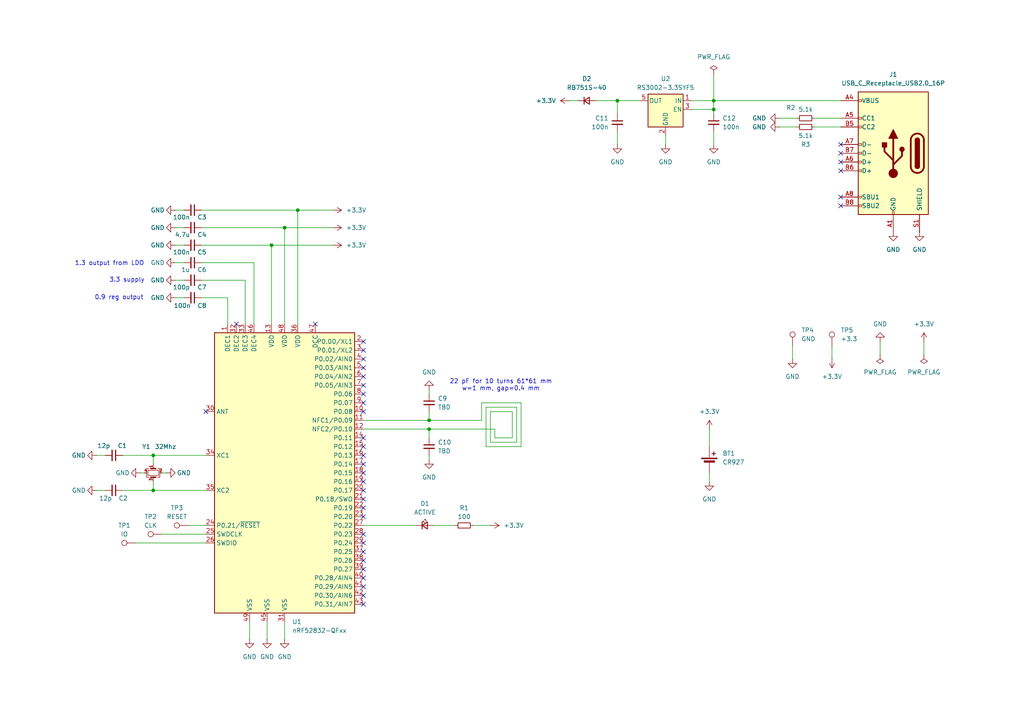
<source format=kicad_sch>
(kicad_sch (version 20231120) (generator "eeschema") (generator_version "8.0")
  (paper "A4")
  (lib_symbols
    (symbol "Connector:TestPoint" (pin_numbers hide) (pin_names (offset 0.762) hide)
      (property "Reference" "TP" (at 0 6.858 0))
      (property "Value" "TestPoint" (at 0 5.08 0))
      (symbol "TestPoint_0_1"
        (circle (center 0 3.302) (radius 0.762))
      )
      (symbol "TestPoint_1_1"
        (pin passive line (at 0 0 90) (length 2.54) (name "1") (number "1"))
      )
    )
    (symbol "Connector:USB_C_Receptacle_USB2.0_16P" (pin_names (offset 1.016))
      (property "Reference" "J" (at 0 22.225 0))
      (property "Value" "USB_C_Receptacle_USB2.0_16P" (at 0 19.685 0))
      (symbol "USB_C_Receptacle_USB2.0_16P_0_0"
        (rectangle (start -0.254 -17.78) (end 0.254 -16.764))
        (rectangle (start 10.16 -14.986) (end 9.144 -15.494))
        (rectangle (start 10.16 -12.446) (end 9.144 -12.954))
        (rectangle (start 10.16 -4.826) (end 9.144 -5.334))
        (rectangle (start 10.16 -2.286) (end 9.144 -2.794))
        (rectangle (start 10.16 0.254) (end 9.144 -0.254))
        (rectangle (start 10.16 2.794) (end 9.144 2.286))
        (rectangle (start 10.16 7.874) (end 9.144 7.366))
        (rectangle (start 10.16 10.414) (end 9.144 9.906))
        (rectangle (start 10.16 15.494) (end 9.144 14.986))
      )
      (symbol "USB_C_Receptacle_USB2.0_16P_0_1"
        (rectangle (start -10.16 17.78) (end 10.16 -17.78) (stroke (width 0.254)) (fill (type background)))
        (arc (start -8.89 -3.81) (mid -6.985 -5.7067) (end -5.08 -3.81) (stroke (width 0.508)))
        (arc (start -7.62 -3.81) (mid -6.985 -4.4423) (end -6.35 -3.81) (stroke (width 0.254)))
        (arc (start -7.62 -3.81) (mid -6.985 -4.4423) (end -6.35 -3.81) (stroke (width 0.254)) (fill (type outline)))
        (rectangle (start -7.62 -3.81) (end -6.35 3.81) (stroke (width 0.254)) (fill (type outline)))
        (arc (start -6.35 3.81) (mid -6.985 4.4423) (end -7.62 3.81) (stroke (width 0.254)))
        (arc (start -6.35 3.81) (mid -6.985 4.4423) (end -7.62 3.81) (stroke (width 0.254)) (fill (type outline)))
        (arc (start -5.08 3.81) (mid -6.985 5.7067) (end -8.89 3.81) (stroke (width 0.508)))
        (circle (center -2.54 1.143) (radius 0.635) (stroke (width 0.254)) (fill (type outline)))
        (circle (center 0 -5.842) (radius 1.27) (fill (type outline)))
        (polyline (pts (xy -8.89 -3.81) (xy -8.89 3.81)) (stroke (width 0.508)))
        (polyline (pts (xy -5.08 3.81) (xy -5.08 -3.81)) (stroke (width 0.508)))
        (polyline (pts (xy 0 -5.842) (xy 0 4.318)) (stroke (width 0.508)))
        (polyline (pts (xy 0 -3.302) (xy -2.54 -0.762) (xy -2.54 0.508)) (stroke (width 0.508)))
        (polyline (pts (xy 0 -2.032) (xy 2.54 0.508) (xy 2.54 1.778)) (stroke (width 0.508)))
        (polyline (pts (xy -1.27 4.318) (xy 0 6.858) (xy 1.27 4.318) (xy -1.27 4.318)) (stroke (width 0.254)) (fill (type outline)))
        (rectangle (start 1.905 1.778) (end 3.175 3.048) (stroke (width 0.254)) (fill (type outline)))
      )
      (symbol "USB_C_Receptacle_USB2.0_16P_1_1"
        (pin passive line (at 0 -22.86 90) (length 5.08) (name "GND") (number "A1"))
        (pin passive line (at 0 -22.86 90) (length 5.08) hide (name "GND") (number "A12"))
        (pin passive line (at 15.24 15.24 180) (length 5.08) (name "VBUS") (number "A4"))
        (pin bidirectional line (at 15.24 10.16 180) (length 5.08) (name "CC1") (number "A5"))
        (pin bidirectional line (at 15.24 -2.54 180) (length 5.08) (name "D+") (number "A6"))
        (pin bidirectional line (at 15.24 2.54 180) (length 5.08) (name "D-") (number "A7"))
        (pin bidirectional line (at 15.24 -12.7 180) (length 5.08) (name "SBU1") (number "A8"))
        (pin passive line (at 15.24 15.24 180) (length 5.08) hide (name "VBUS") (number "A9"))
        (pin passive line (at 0 -22.86 90) (length 5.08) hide (name "GND") (number "B1"))
        (pin passive line (at 0 -22.86 90) (length 5.08) hide (name "GND") (number "B12"))
        (pin passive line (at 15.24 15.24 180) (length 5.08) hide (name "VBUS") (number "B4"))
        (pin bidirectional line (at 15.24 7.62 180) (length 5.08) (name "CC2") (number "B5"))
        (pin bidirectional line (at 15.24 -5.08 180) (length 5.08) (name "D+") (number "B6"))
        (pin bidirectional line (at 15.24 0 180) (length 5.08) (name "D-") (number "B7"))
        (pin bidirectional line (at 15.24 -15.24 180) (length 5.08) (name "SBU2") (number "B8"))
        (pin passive line (at 15.24 15.24 180) (length 5.08) hide (name "VBUS") (number "B9"))
        (pin passive line (at -7.62 -22.86 90) (length 5.08) (name "SHIELD") (number "S1"))
      )
    )
    (symbol "Device:Battery_Cell" (pin_numbers hide) (pin_names (offset 0) hide)
      (property "Reference" "BT" (at 2.54 2.54 0))
      (property "Value" "Battery_Cell" (at 2.54 0 0))
      (symbol "Battery_Cell_0_1"
        (rectangle (start -2.286 1.778) (end 2.286 1.524) (fill (type outline)))
        (rectangle (start -1.524 1.016) (end 1.524 0.508) (fill (type outline)))
        (polyline (pts (xy 0 0.762) (xy 0 0)))
        (polyline (pts (xy 0 1.778) (xy 0 2.54)))
        (polyline (pts (xy 0.762 3.048) (xy 1.778 3.048)) (stroke (width 0.254)))
        (polyline (pts (xy 1.27 3.556) (xy 1.27 2.54)) (stroke (width 0.254)))
      )
      (symbol "Battery_Cell_1_1"
        (pin passive line (at 0 5.08 270) (length 2.54) (name "+") (number "1"))
        (pin passive line (at 0 -2.54 90) (length 2.54) (name "-") (number "2"))
      )
    )
    (symbol "Device:C_Small" (pin_numbers hide) (pin_names (offset 0.254) hide)
      (property "Reference" "C" (at 0.254 1.778 0))
      (property "Value" "C_Small" (at 0.254 -2.032 0))
      (symbol "C_Small_0_1"
        (polyline (pts (xy -1.524 -0.508) (xy 1.524 -0.508)) (stroke (width 0.3302)))
        (polyline (pts (xy -1.524 0.508) (xy 1.524 0.508)) (stroke (width 0.3048)))
      )
      (symbol "C_Small_1_1"
        (pin passive line (at 0 2.54 270) (length 2.032) (name "~") (number "1"))
        (pin passive line (at 0 -2.54 90) (length 2.032) (name "~") (number "2"))
      )
    )
    (symbol "Device:Crystal_GND23_Small" (pin_names (offset 1.016) hide)
      (property "Reference" "Y1" (at 7.62 2.032 90))
      (property "Value" "32Mhz" (at 7.62 -3.556 90))
      (symbol "Crystal_GND23_Small_0_1"
        (rectangle (start -0.762 -1.524) (end 0.762 1.524))
        (polyline (pts (xy -1.27 -0.762) (xy -1.27 0.762)) (stroke (width 0.381)))
        (polyline (pts (xy 1.27 -0.762) (xy 1.27 0.762)) (stroke (width 0.381)))
        (polyline (pts (xy -1.27 -1.27) (xy -1.27 -1.905) (xy 1.27 -1.905) (xy 1.27 -1.27)))
        (polyline (pts (xy -1.27 1.27) (xy -1.27 1.905) (xy 1.27 1.905) (xy 1.27 1.27)))
      )
      (symbol "Crystal_GND23_Small_1_1"
        (pin passive line (at 2.54 0 180) (length 1.27) (name "1") (number "1"))
        (pin passive line (at 0 -2.54 90) (length 0.635) (name "2") (number "2"))
        (pin passive line (at -2.54 0 0) (length 1.27) (name "3") (number "3"))
        (pin passive line (at 0 2.54 270) (length 0.635) (name "4") (number "4"))
      )
    )
    (symbol "Device:D_Small" (pin_numbers hide) (pin_names (offset 0.254) hide)
      (property "Reference" "D" (at -1.27 2.032 0))
      (property "Value" "D_Small" (at -3.81 -2.032 0))
      (symbol "D_Small_0_1"
        (polyline (pts (xy -0.762 -1.016) (xy -0.762 1.016)) (stroke (width 0.254)))
        (polyline (pts (xy -0.762 0) (xy 0.762 0)))
        (polyline (pts (xy 0.762 -1.016) (xy -0.762 0) (xy 0.762 1.016) (xy 0.762 -1.016)) (stroke (width 0.254)))
      )
      (symbol "D_Small_1_1"
        (pin passive line (at -2.54 0 0) (length 1.778) (name "K") (number "1"))
        (pin passive line (at 2.54 0 180) (length 1.778) (name "A") (number "2"))
      )
    )
    (symbol "Device:LED_Small" (pin_numbers hide) (pin_names (offset 0.254) hide)
      (property "Reference" "D" (at -1.27 3.175 0))
      (property "Value" "LED_Small" (at -4.445 -2.54 0))
      (symbol "LED_Small_0_1"
        (polyline (pts (xy -0.762 -1.016) (xy -0.762 1.016)) (stroke (width 0.254)))
        (polyline (pts (xy 1.016 0) (xy -0.762 0)))
        (polyline (pts (xy 0.762 -1.016) (xy -0.762 0) (xy 0.762 1.016) (xy 0.762 -1.016)) (stroke (width 0.254)))
        (polyline (pts (xy 0 0.762) (xy -0.508 1.27) (xy -0.254 1.27) (xy -0.508 1.27) (xy -0.508 1.016)))
        (polyline (pts (xy 0.508 1.27) (xy 0 1.778) (xy 0.254 1.778) (xy 0 1.778) (xy 0 1.524)))
      )
      (symbol "LED_Small_1_1"
        (pin passive line (at -2.54 0 0) (length 1.778) (name "K") (number "1"))
        (pin passive line (at 2.54 0 180) (length 1.778) (name "A") (number "2"))
      )
    )
    (symbol "Device:R_Small" (pin_numbers hide) (pin_names (offset 0.254) hide)
      (property "Reference" "R" (at 0.762 0.508 0))
      (property "Value" "R_Small" (at 0.762 -1.016 0))
      (symbol "R_Small_0_1"
        (rectangle (start -0.762 1.778) (end 0.762 -1.778) (stroke (width 0.2032)))
      )
      (symbol "R_Small_1_1"
        (pin passive line (at 0 2.54 270) (length 0.762) (name "~") (number "1"))
        (pin passive line (at 0 -2.54 90) (length 0.762) (name "~") (number "2"))
      )
    )
    (symbol "MCU_Nordic:nRF52832-QFxx"
      (property "Reference" "U1" (at 2.1941 -43.18 0))
      (property "Value" "nRF52832-QFxx" (at 2.1941 -45.72 0))
      (symbol "nRF52832-QFxx_0_1"
        (rectangle (start -20.32 40.64) (end 20.32 -40.64) (stroke (width 0.254)) (fill (type background)))
      )
      (symbol "nRF52832-QFxx_1_1"
        (pin passive line (at -16.51 43.18 270) (length 2.54) (name "DEC1") (number "1"))
        (pin bidirectional line (at 22.86 17.78 180) (length 2.54) (name "P0.08") (number "10"))
        (pin bidirectional line (at 22.86 15.24 180) (length 2.54) (name "NFC1/P0.09") (number "11"))
        (pin bidirectional line (at 22.86 12.7 180) (length 2.54) (name "NFC2/P0.10") (number "12"))
        (pin power_in line (at -3.81 43.18 270) (length 2.54) (name "VDD") (number "13"))
        (pin bidirectional line (at 22.86 10.16 180) (length 2.54) (name "P0.11") (number "14"))
        (pin bidirectional line (at 22.86 7.62 180) (length 2.54) (name "P0.12") (number "15"))
        (pin bidirectional line (at 22.86 5.08 180) (length 2.54) (name "P0.13") (number "16"))
        (pin bidirectional line (at 22.86 2.54 180) (length 2.54) (name "P0.14") (number "17"))
        (pin bidirectional line (at 22.86 0 180) (length 2.54) (name "P0.15") (number "18"))
        (pin bidirectional line (at 22.86 -2.54 180) (length 2.54) (name "P0.16") (number "19"))
        (pin bidirectional line (at 22.86 38.1 180) (length 2.54) (name "P0.00/XL1") (number "2"))
        (pin bidirectional line (at 22.86 -5.08 180) (length 2.54) (name "P0.17") (number "20"))
        (pin bidirectional line (at 22.86 -7.62 180) (length 2.54) (name "P0.18/SWO") (number "21"))
        (pin bidirectional line (at 22.86 -10.16 180) (length 2.54) (name "P0.19") (number "22"))
        (pin bidirectional line (at 22.86 -12.7 180) (length 2.54) (name "P0.20") (number "23"))
        (pin bidirectional line (at -22.86 -15.24 0) (length 2.54) (name "P0.21/~{RESET}") (number "24"))
        (pin input line (at -22.86 -17.78 0) (length 2.54) (name "SWDCLK") (number "25"))
        (pin bidirectional line (at -22.86 -20.32 0) (length 2.54) (name "SWDIO") (number "26"))
        (pin bidirectional line (at 22.86 -15.24 180) (length 2.54) (name "P0.22") (number "27"))
        (pin bidirectional line (at 22.86 -17.78 180) (length 2.54) (name "P0.23") (number "28"))
        (pin bidirectional line (at 22.86 -20.32 180) (length 2.54) (name "P0.24") (number "29"))
        (pin bidirectional line (at 22.86 35.56 180) (length 2.54) (name "P0.01/XL2") (number "3"))
        (pin passive line (at -22.86 17.78 0) (length 2.54) (name "ANT") (number "30"))
        (pin power_in line (at 0 -43.18 90) (length 2.54) (name "VSS") (number "31"))
        (pin passive line (at -13.97 43.18 270) (length 2.54) (name "DEC2") (number "32"))
        (pin passive line (at -11.43 43.18 270) (length 2.54) (name "DEC3") (number "33"))
        (pin input line (at -22.86 5.08 0) (length 2.54) (name "XC1") (number "34"))
        (pin input line (at -22.86 -5.08 0) (length 2.54) (name "XC2") (number "35"))
        (pin passive line (at 3.81 43.18 270) (length 2.54) (name "VDD") (number "36"))
        (pin bidirectional line (at 22.86 -22.86 180) (length 2.54) (name "P0.25") (number "37"))
        (pin bidirectional line (at 22.86 -25.4 180) (length 2.54) (name "P0.26") (number "38"))
        (pin bidirectional line (at 22.86 -27.94 180) (length 2.54) (name "P0.27") (number "39"))
        (pin bidirectional line (at 22.86 33.02 180) (length 2.54) (name "P0.02/AIN0") (number "4"))
        (pin bidirectional line (at 22.86 -30.48 180) (length 2.54) (name "P0.28/AIN4") (number "40"))
        (pin bidirectional line (at 22.86 -33.02 180) (length 2.54) (name "P0.29/AIN5") (number "41"))
        (pin bidirectional line (at 22.86 -35.56 180) (length 2.54) (name "P0.30/AIN6") (number "42"))
        (pin bidirectional line (at 22.86 -38.1 180) (length 2.54) (name "P0.31/AIN7") (number "43"))
        (pin no_connect line (at -20.32 -30.48 0) (length 2.54) hide (name "NC") (number "44"))
        (pin passive line (at -5.08 -43.18 90) (length 2.54) (name "VSS") (number "45"))
        (pin passive line (at -8.89 43.18 270) (length 2.54) (name "DEC4") (number "46"))
        (pin power_out line (at 8.89 43.18 270) (length 2.54) (name "DCC") (number "47"))
        (pin passive line (at 0 43.18 270) (length 2.54) (name "VDD") (number "48"))
        (pin passive line (at -10.16 -43.18 90) (length 2.54) (name "VSS") (number "49"))
        (pin bidirectional line (at 22.86 30.48 180) (length 2.54) (name "P0.03/AIN1") (number "5"))
        (pin bidirectional line (at 22.86 27.94 180) (length 2.54) (name "P0.04/AIN2") (number "6"))
        (pin bidirectional line (at 22.86 25.4 180) (length 2.54) (name "P0.05/AIN3") (number "7"))
        (pin bidirectional line (at 22.86 22.86 180) (length 2.54) (name "P0.06") (number "8"))
        (pin bidirectional line (at 22.86 20.32 180) (length 2.54) (name "P0.07") (number "9"))
      )
    )
    (symbol "Regulator_Linear:TLV71209_SOT23-5" (pin_names (offset 0.254))
      (property "Reference" "U" (at -3.81 5.715 0))
      (property "Value" "TLV71209_SOT23-5" (at 0 5.715 0))
      (symbol "TLV71209_SOT23-5_0_1"
        (rectangle (start -5.08 4.445) (end 5.08 -5.08) (stroke (width 0.254)) (fill (type background)))
      )
      (symbol "TLV71209_SOT23-5_1_1"
        (pin power_in line (at -7.62 2.54 0) (length 2.54) (name "IN") (number "1"))
        (pin power_in line (at 0 -7.62 90) (length 2.54) (name "GND") (number "2"))
        (pin input line (at -7.62 0 0) (length 2.54) (name "EN") (number "3"))
        (pin no_connect line (at 5.08 0 180) (length 2.54) hide (name "NC") (number "4"))
        (pin power_out line (at 7.62 2.54 180) (length 2.54) (name "OUT") (number "5"))
      )
    )
    (symbol "power:+3.3V" (power) (pin_numbers hide) (pin_names (offset 0) hide)
      (property "Value" "+3.3V" (at 0 3.556 0))
      (symbol "+3.3V_0_1"
        (polyline (pts (xy -0.762 1.27) (xy 0 2.54)))
        (polyline (pts (xy 0 0) (xy 0 2.54)))
        (polyline (pts (xy 0 2.54) (xy 0.762 1.27)))
      )
      (symbol "+3.3V_1_1"
        (pin power_in line (at 0 0 90) (length 0) (name "~") (number "1"))
      )
    )
    (symbol "power:GND" (power) (pin_numbers hide) (pin_names (offset 0) hide)
      (property "Value" "GND" (at 0 -3.81 0))
      (symbol "GND_0_1"
        (polyline (pts (xy 0 0) (xy 0 -1.27) (xy 1.27 -1.27) (xy 0 -2.54) (xy -1.27 -1.27) (xy 0 -1.27)))
      )
      (symbol "GND_1_1"
        (pin power_in line (at 0 0 270) (length 0) (name "~") (number "1"))
      )
    )
    (symbol "power:PWR_FLAG" (power) (pin_numbers hide) (pin_names (offset 0) hide)
      (property "Value" "PWR_FLAG" (at 0 3.81 0))
      (symbol "PWR_FLAG_0_0"
        (pin power_out line (at 0 0 90) (length 0) (name "~") (number "1"))
      )
      (symbol "PWR_FLAG_0_1"
        (polyline (pts (xy 0 0) (xy 0 1.27) (xy -1.016 1.905) (xy 0 2.54) (xy 1.016 1.905) (xy 0 1.27)))
      )
    )
  )
  (junction (at 82.55 66.04))
  (junction (at 124.46 124.46))
  (junction (at 44.45 132.08))
  (junction (at 179.07 29.21))
  (junction (at 86.36 60.96))
  (junction (at 207.01 29.21))
  (junction (at 207.01 31.75))
  (junction (at 78.74 71.12))
  (junction (at 124.46 121.92))
  (junction (at 44.45 142.24))
  (no_connect (at 59.69 119.38))
  (no_connect (at 105.41 149.86))
  (no_connect (at 243.84 49.53))
  (no_connect (at 105.41 139.7))
  (no_connect (at 91.44 93.98))
  (no_connect (at 105.41 144.78))
  (no_connect (at 105.41 127))
  (no_connect (at 105.41 129.54))
  (no_connect (at 105.41 106.68))
  (no_connect (at 105.41 104.14))
  (no_connect (at 243.84 57.15))
  (no_connect (at 105.41 167.64))
  (no_connect (at 105.41 101.6))
  (no_connect (at 105.41 137.16))
  (no_connect (at 105.41 154.94))
  (no_connect (at 243.84 44.45))
  (no_connect (at 105.41 162.56))
  (no_connect (at 105.41 116.84))
  (no_connect (at 105.41 134.62))
  (no_connect (at 105.41 170.18))
  (no_connect (at 68.58 93.98))
  (no_connect (at 243.84 41.91))
  (no_connect (at 105.41 114.3))
  (no_connect (at 105.41 99.06))
  (no_connect (at 105.41 165.1))
  (no_connect (at 105.41 119.38))
  (no_connect (at 105.41 142.24))
  (no_connect (at 105.41 160.02))
  (no_connect (at 243.84 59.69))
  (no_connect (at 105.41 175.26))
  (no_connect (at 105.41 157.48))
  (no_connect (at 105.41 109.22))
  (no_connect (at 105.41 111.76))
  (no_connect (at 105.41 132.08))
  (no_connect (at 105.41 172.72))
  (no_connect (at 105.41 147.32))
  (no_connect (at 243.84 46.99))
  (wire (pts (xy 179.07 29.21) (xy 179.07 33.02)))
  (wire (pts (xy 140.97 129.54) (xy 140.97 118.11)))
  (wire (pts (xy 105.41 121.92) (xy 124.46 121.92)))
  (wire (pts (xy 124.46 113.03) (xy 124.46 114.3)))
  (wire (pts (xy 200.66 31.75) (xy 207.01 31.75)))
  (wire (pts (xy 241.3 100.33) (xy 241.3 104.14)))
  (wire (pts (xy 179.07 29.21) (xy 185.42 29.21)))
  (wire (pts (xy 124.46 119.38) (xy 124.46 121.92)))
  (wire (pts (xy 82.55 66.04) (xy 82.55 93.98)))
  (wire (pts (xy 50.8 86.36) (xy 53.34 86.36)))
  (wire (pts (xy 255.27 99.06) (xy 255.27 102.87)))
  (wire (pts (xy 139.7 121.92) (xy 139.7 116.84)))
  (wire (pts (xy 46.99 154.94) (xy 59.69 154.94)))
  (wire (pts (xy 39.37 157.48) (xy 59.69 157.48)))
  (wire (pts (xy 50.8 76.2) (xy 53.34 76.2)))
  (wire (pts (xy 148.59 127) (xy 143.51 127)))
  (wire (pts (xy 229.87 100.33) (xy 229.87 104.14)))
  (wire (pts (xy 46.99 137.16) (xy 48.26 137.16)))
  (wire (pts (xy 236.22 34.29) (xy 243.84 34.29)))
  (wire (pts (xy 205.74 137.16) (xy 205.74 139.7)))
  (wire (pts (xy 40.64 137.16) (xy 41.91 137.16)))
  (wire (pts (xy 86.36 60.96) (xy 96.52 60.96)))
  (wire (pts (xy 200.66 29.21) (xy 207.01 29.21)))
  (wire (pts (xy 44.45 132.08) (xy 44.45 134.62)))
  (wire (pts (xy 172.72 29.21) (xy 179.07 29.21)))
  (wire (pts (xy 105.41 152.4) (xy 120.65 152.4)))
  (wire (pts (xy 142.24 128.27) (xy 142.24 119.38)))
  (wire (pts (xy 139.7 116.84) (xy 151.13 116.84)))
  (wire (pts (xy 149.86 128.27) (xy 142.24 128.27)))
  (wire (pts (xy 44.45 139.7) (xy 44.45 142.24)))
  (wire (pts (xy 143.51 127) (xy 143.51 124.46)))
  (wire (pts (xy 137.16 152.4) (xy 142.24 152.4)))
  (wire (pts (xy 207.01 38.1) (xy 207.01 41.91)))
  (wire (pts (xy 78.74 71.12) (xy 96.52 71.12)))
  (wire (pts (xy 27.94 132.08) (xy 30.48 132.08)))
  (wire (pts (xy 207.01 29.21) (xy 207.01 31.75)))
  (wire (pts (xy 149.86 118.11) (xy 149.86 128.27)))
  (wire (pts (xy 226.06 34.29) (xy 231.14 34.29)))
  (wire (pts (xy 58.42 60.96) (xy 86.36 60.96)))
  (wire (pts (xy 71.12 81.28) (xy 58.42 81.28)))
  (wire (pts (xy 50.8 60.96) (xy 53.34 60.96)))
  (wire (pts (xy 27.94 142.24) (xy 30.48 142.24)))
  (wire (pts (xy 165.1 29.21) (xy 167.64 29.21)))
  (wire (pts (xy 58.42 76.2) (xy 73.66 76.2)))
  (wire (pts (xy 151.13 116.84) (xy 151.13 129.54)))
  (wire (pts (xy 124.46 124.46) (xy 124.46 127)))
  (wire (pts (xy 44.45 132.08) (xy 59.69 132.08)))
  (wire (pts (xy 179.07 38.1) (xy 179.07 41.91)))
  (wire (pts (xy 143.51 124.46) (xy 124.46 124.46)))
  (wire (pts (xy 58.42 66.04) (xy 82.55 66.04)))
  (wire (pts (xy 151.13 129.54) (xy 140.97 129.54)))
  (wire (pts (xy 66.04 93.98) (xy 66.04 86.36)))
  (wire (pts (xy 205.74 124.46) (xy 205.74 129.54)))
  (wire (pts (xy 207.01 21.59) (xy 207.01 29.21)))
  (wire (pts (xy 50.8 81.28) (xy 53.34 81.28)))
  (wire (pts (xy 140.97 118.11) (xy 149.86 118.11)))
  (wire (pts (xy 50.8 66.04) (xy 53.34 66.04)))
  (wire (pts (xy 50.8 71.12) (xy 53.34 71.12)))
  (wire (pts (xy 125.73 152.4) (xy 132.08 152.4)))
  (wire (pts (xy 54.61 152.4) (xy 59.69 152.4)))
  (wire (pts (xy 44.45 142.24) (xy 59.69 142.24)))
  (wire (pts (xy 58.42 71.12) (xy 78.74 71.12)))
  (wire (pts (xy 148.59 119.38) (xy 148.59 127)))
  (wire (pts (xy 77.47 180.34) (xy 77.47 185.42)))
  (wire (pts (xy 267.97 99.06) (xy 267.97 102.87)))
  (wire (pts (xy 82.55 66.04) (xy 96.52 66.04)))
  (wire (pts (xy 226.06 36.83) (xy 231.14 36.83)))
  (wire (pts (xy 35.56 142.24) (xy 44.45 142.24)))
  (wire (pts (xy 124.46 132.08) (xy 124.46 133.35)))
  (wire (pts (xy 207.01 29.21) (xy 243.84 29.21)))
  (wire (pts (xy 71.12 93.98) (xy 71.12 81.28)))
  (wire (pts (xy 207.01 31.75) (xy 207.01 33.02)))
  (wire (pts (xy 35.56 132.08) (xy 44.45 132.08)))
  (wire (pts (xy 78.74 71.12) (xy 78.74 93.98)))
  (wire (pts (xy 72.39 180.34) (xy 72.39 185.42)))
  (wire (pts (xy 124.46 121.92) (xy 139.7 121.92)))
  (wire (pts (xy 82.55 180.34) (xy 82.55 185.42)))
  (wire (pts (xy 86.36 60.96) (xy 86.36 93.98)))
  (wire (pts (xy 193.04 39.37) (xy 193.04 41.91)))
  (wire (pts (xy 105.41 124.46) (xy 124.46 124.46)))
  (wire (pts (xy 66.04 86.36) (xy 58.42 86.36)))
  (wire (pts (xy 236.22 36.83) (xy 243.84 36.83)))
  (wire (pts (xy 73.66 76.2) (xy 73.66 93.98)))
  (wire (pts (xy 142.24 119.38) (xy 148.59 119.38)))
  (text "0.9 reg output" (at 34.544 86.36 0) (effects (font (size 1.27 1.27))))
  (text "1.3 output from LDO" (at 31.75 76.454 0) (effects (font (size 1.27 1.27))))
  (text "22 pF for 10 turns 61*61 mm\nw=1 mm, gap=0.4 mm" (at 145.288 111.76 0) (effects (font (size 1.27 1.27))))
  (text "3.3 supply" (at 36.83 81.28 0) (effects (font (size 1.27 1.27))))
  (symbol (lib_id "power:GND") (at 226.06 36.83 270) (unit 1)
    (property "Reference" "#PWR027" (effects (hide yes)))
    (property "Value" "GND" (at 222.25 36.8299 90) (effects (justify right)))
    (property "Description" "Power symbol creates a global label with name \"GND\" , ground" (effects (hide yes)))
  )
  (symbol (lib_id "power:PWR_FLAG") (at 255.27 102.87 180) (unit 1)
    (property "Reference" "#FLG02" (effects (hide yes)))
    (property "Value" "PWR_FLAG" (at 255.27 107.95 0))
    (property "Description" "Special symbol for telling ERC where power comes from" (effects (hide yes)))
  )
  (symbol (lib_id "power:GND") (at 50.8 60.96 270) (mirror x) (unit 1)
    (property "Reference" "#PWR05" (effects (hide yes)))
    (property "Value" "GND" (at 45.72 60.96 90))
    (property "Description" "Power symbol creates a global label with name \"GND\" , ground" (effects (hide yes)))
  )
  (symbol (lib_id "power:GND") (at 50.8 81.28 270) (mirror x) (unit 1)
    (property "Reference" "#PWR09" (effects (hide yes)))
    (property "Value" "GND" (at 45.72 81.28 90))
    (property "Description" "Power symbol creates a global label with name \"GND\" , ground" (effects (hide yes)))
  )
  (symbol (lib_id "power:GND") (at 48.26 137.16 90) (unit 1)
    (property "Reference" "#PWR04" (effects (hide yes)))
    (property "Value" "GND" (at 53.34 137.16 90))
    (property "Description" "Power symbol creates a global label with name \"GND\" , ground" (effects (hide yes)))
  )
  (symbol (lib_id "Connector:TestPoint") (at 39.37 157.48 90) (unit 1)
    (property "Reference" "TP1" (at 36.068 152.4 90))
    (property "Value" "IO" (at 36.068 154.94 90))
    (property "Footprint" "TestPoint:TestPoint_Pad_D2.0mm" (effects (hide yes)))
    (property "Description" "test point" (effects (hide yes)))
  )
  (symbol (lib_id "Device:C_Small") (at 179.07 35.56 0) (mirror y) (unit 1)
    (property "Reference" "C11" (at 176.53 34.2962 0) (effects (justify left)))
    (property "Value" "100n" (at 176.53 36.8362 0) (effects (justify left)))
    (property "Footprint" "Capacitor_SMD:C_0805_2012Metric_Pad1.18x1.45mm_HandSolder" (effects (hide yes)))
    (property "Description" "Unpolarized capacitor, small symbol" (effects (hide yes)))
  )
  (symbol (lib_id "Device:C_Small") (at 55.88 60.96 270) (unit 1)
    (property "Reference" "C3" (at 59.944 62.992 90) (effects (justify right)))
    (property "Value" "100n" (at 55.118 62.992 90) (effects (justify right)))
    (property "Footprint" "Capacitor_SMD:C_0805_2012Metric_Pad1.18x1.45mm_HandSolder" (effects (hide yes)))
    (property "Description" "Unpolarized capacitor, small symbol" (effects (hide yes)))
  )
  (symbol (lib_id "power:GND") (at 255.27 99.06 180) (unit 1)
    (property "Reference" "#PWR030" (effects (hide yes)))
    (property "Value" "GND" (at 255.27 93.98 0))
    (property "Description" "Power symbol creates a global label with name \"GND\" , ground" (effects (hide yes)))
  )
  (symbol (lib_id "Device:C_Small") (at 207.01 35.56 0) (unit 1)
    (property "Reference" "C12" (at 209.55 34.2962 0) (effects (justify left)))
    (property "Value" "100n" (at 209.55 36.8362 0) (effects (justify left)))
    (property "Footprint" "Capacitor_SMD:C_0805_2012Metric_Pad1.18x1.45mm_HandSolder" (effects (hide yes)))
    (property "Description" "Unpolarized capacitor, small symbol" (effects (hide yes)))
  )
  (symbol (lib_id "power:GND") (at 207.01 41.91 0) (unit 1)
    (property "Reference" "#PWR025" (effects (hide yes)))
    (property "Value" "GND" (at 207.01 46.99 0))
    (property "Description" "Power symbol creates a global label with name \"GND\" , ground" (effects (hide yes)))
  )
  (symbol (lib_id "power:GND") (at 229.87 104.14 0) (unit 1)
    (property "Reference" "#PWR028" (effects (hide yes)))
    (property "Value" "GND" (at 229.87 109.22 0))
    (property "Description" "Power symbol creates a global label with name \"GND\" , ground" (effects (hide yes)))
  )
  (symbol (lib_id "power:+3.3V") (at 96.52 60.96 270) (unit 1)
    (property "Reference" "#PWR014" (effects (hide yes)))
    (property "Value" "+3.3V" (at 100.33 60.9599 90) (effects (justify left)))
    (property "Description" "Power symbol creates a global label with name \"+3.3V\"" (effects (hide yes)))
  )
  (symbol (lib_id "Device:C_Small") (at 55.88 76.2 270) (unit 1)
    (property "Reference" "C6" (at 59.944 78.232 90) (effects (justify right)))
    (property "Value" "1u" (at 55.118 78.232 90) (effects (justify right)))
    (property "Footprint" "Capacitor_SMD:C_0805_2012Metric_Pad1.18x1.45mm_HandSolder" (effects (hide yes)))
    (property "Description" "Unpolarized capacitor, small symbol" (effects (hide yes)))
  )
  (symbol (lib_id "Device:C_Small") (at 33.02 132.08 270) (mirror x) (unit 1)
    (property "Reference" "C1" (at 36.83 129.286 90) (effects (justify right)))
    (property "Value" "12p" (at 32.004 129.286 90) (effects (justify right)))
    (property "Footprint" "Capacitor_SMD:C_0805_2012Metric_Pad1.18x1.45mm_HandSolder" (effects (hide yes)))
    (property "Description" "Unpolarized capacitor, small symbol" (effects (hide yes)))
  )
  (symbol (lib_id "power:GND") (at 124.46 133.35 0) (unit 1)
    (property "Reference" "#PWR018" (effects (hide yes)))
    (property "Value" "GND" (at 124.46 138.43 0))
    (property "Description" "Power symbol creates a global label with name \"GND\" , ground" (effects (hide yes)))
  )
  (symbol (lib_id "Connector:USB_C_Receptacle_USB2.0_16P") (at 259.08 44.45 0) (mirror y) (unit 1)
    (property "Reference" "J1" (at 259.08 21.59 0))
    (property "Value" "USB_C_Receptacle_USB2.0_16P" (at 259.08 24.13 0))
    (property "Footprint" "Connector_USB:USB_C_Receptacle_GCT_USB4110" (effects (hide yes)))
    (property "Datasheet" "https://www.usb.org/sites/default/files/documents/usb_type-c.zip" (effects (hide yes)))
    (property "Description" "USB 2.0-only 16P Type-C Receptacle connector" (effects (hide yes)))
  )
  (symbol (lib_id "Connector:TestPoint") (at 241.3 100.33 0) (unit 1)
    (property "Reference" "TP5" (at 243.84 95.7579 0) (effects (justify left)))
    (property "Value" "+3.3" (at 243.84 98.2979 0) (effects (justify left)))
    (property "Footprint" "TestPoint:TestPoint_Pad_D2.0mm" (effects (hide yes)))
    (property "Description" "test point" (effects (hide yes)))
  )
  (symbol (lib_id "power:GND") (at 27.94 132.08 270) (unit 1)
    (property "Reference" "#PWR01" (effects (hide yes)))
    (property "Value" "GND" (at 22.86 132.08 90))
    (property "Description" "Power symbol creates a global label with name \"GND\" , ground" (effects (hide yes)))
  )
  (symbol (lib_id "Device:C_Small") (at 124.46 116.84 0) (unit 1)
    (property "Reference" "C9" (at 127 115.5762 0) (effects (justify left)))
    (property "Value" "TBD" (at 127 118.1162 0) (effects (justify left)))
    (property "Footprint" "Capacitor_SMD:C_0805_2012Metric_Pad1.18x1.45mm_HandSolder" (effects (hide yes)))
    (property "Description" "Unpolarized capacitor, small symbol" (effects (hide yes)))
  )
  (symbol (lib_id "power:GND") (at 27.94 142.24 270) (unit 1)
    (property "Reference" "#PWR02" (effects (hide yes)))
    (property "Value" "GND" (at 22.86 142.24 90))
    (property "Description" "Power symbol creates a global label with name \"GND\" , ground" (effects (hide yes)))
  )
  (symbol (lib_id "power:GND") (at 193.04 41.91 0) (unit 1)
    (property "Reference" "#PWR022" (effects (hide yes)))
    (property "Value" "GND" (at 193.04 46.99 0))
    (property "Description" "Power symbol creates a global label with name \"GND\" , ground" (effects (hide yes)))
  )
  (symbol (lib_id "power:+3.3V") (at 205.74 124.46 0) (unit 1)
    (property "Reference" "#PWR023" (effects (hide yes)))
    (property "Value" "+3.3V" (at 205.74 119.38 0))
    (property "Description" "Power symbol creates a global label with name \"+3.3V\"" (effects (hide yes)))
  )
  (symbol (lib_id "power:GND") (at 259.08 67.31 0) (unit 1)
    (property "Reference" "#PWR031" (effects (hide yes)))
    (property "Value" "GND" (at 259.08 72.39 0))
    (property "Description" "Power symbol creates a global label with name \"GND\" , ground" (effects (hide yes)))
  )
  (symbol (lib_id "MCU_Nordic:nRF52832-QFxx") (at 82.55 137.16 0) (unit 1)
    (property "Reference" "U1" (at 84.7441 180.34 0) (effects (justify left)))
    (property "Value" "nRF52832-QFxx" (at 84.7441 182.88 0) (effects (justify left)))
    (property "Footprint" "Package_DFN_QFN:QFN-48-1EP_6x6mm_P0.4mm_EP4.6x4.6mm" (effects (hide yes)))
    (property "Datasheet" "http://infocenter.nordicsemi.com/pdf/nRF52832_PS_v1.4.pdf" (effects (hide yes)))
    (property "Description" "Multiprotocol BLE/2.4GHz Cortex-M4 SoC, QFN-48" (effects (hide yes)))
  )
  (symbol (lib_id "power:GND") (at 40.64 137.16 270) (unit 1)
    (property "Reference" "#PWR03" (effects (hide yes)))
    (property "Value" "GND" (at 35.56 137.16 90))
    (property "Description" "Power symbol creates a global label with name \"GND\" , ground" (effects (hide yes)))
  )
  (symbol (lib_id "power:GND") (at 50.8 76.2 270) (mirror x) (unit 1)
    (property "Reference" "#PWR08" (effects (hide yes)))
    (property "Value" "GND" (at 45.72 76.2 90))
    (property "Description" "Power symbol creates a global label with name \"GND\" , ground" (effects (hide yes)))
  )
  (symbol (lib_id "power:GND") (at 266.7 67.31 0) (unit 1)
    (property "Reference" "#PWR032" (effects (hide yes)))
    (property "Value" "GND" (at 266.7 72.39 0))
    (property "Description" "Power symbol creates a global label with name \"GND\" , ground" (effects (hide yes)))
  )
  (symbol (lib_id "power:GND") (at 226.06 34.29 270) (unit 1)
    (property "Reference" "#PWR026" (effects (hide yes)))
    (property "Value" "GND" (at 222.25 34.2899 90) (effects (justify right)))
    (property "Description" "Power symbol creates a global label with name \"GND\" , ground" (effects (hide yes)))
  )
  (symbol (lib_id "Device:R_Small") (at 134.62 152.4 90) (unit 1)
    (property "Reference" "R1" (at 134.62 147.32 90))
    (property "Value" "100" (at 134.62 149.86 90))
    (property "Footprint" "Resistor_SMD:R_0805_2012Metric_Pad1.20x1.40mm_HandSolder" (effects (hide yes)))
    (property "Description" "Resistor, small symbol" (effects (hide yes)))
  )
  (symbol (lib_id "Device:R_Small") (at 233.68 36.83 270) (mirror x) (unit 1)
    (property "Reference" "R3" (at 233.68 41.91 90))
    (property "Value" "5.1k" (at 233.68 39.37 90))
    (property "Footprint" "Resistor_SMD:R_0805_2012Metric_Pad1.20x1.40mm_HandSolder" (effects (hide yes)))
    (property "Description" "Resistor, small symbol" (effects (hide yes)))
  )
  (symbol (lib_id "Connector:TestPoint") (at 46.99 154.94 90) (unit 1)
    (property "Reference" "TP2" (at 43.688 149.86 90))
    (property "Value" "CLK" (at 43.688 152.4 90))
    (property "Footprint" "TestPoint:TestPoint_Pad_D2.0mm" (effects (hide yes)))
    (property "Description" "test point" (effects (hide yes)))
  )
  (symbol (lib_id "Connector:TestPoint") (at 54.61 152.4 90) (unit 1)
    (property "Reference" "TP3" (at 51.308 147.32 90))
    (property "Value" "RESET" (at 51.308 149.86 90))
    (property "Footprint" "TestPoint:TestPoint_Pad_D2.0mm" (effects (hide yes)))
    (property "Description" "test point" (effects (hide yes)))
  )
  (symbol (lib_id "power:+3.3V") (at 142.24 152.4 270) (unit 1)
    (property "Reference" "#PWR019" (effects (hide yes)))
    (property "Value" "+3.3V" (at 146.05 152.3999 90) (effects (justify left)))
    (property "Description" "Power symbol creates a global label with name \"+3.3V\"" (effects (hide yes)))
  )
  (symbol (lib_id "power:GND") (at 50.8 71.12 270) (mirror x) (unit 1)
    (property "Reference" "#PWR07" (effects (hide yes)))
    (property "Value" "GND" (at 45.72 71.12 90))
    (property "Description" "Power symbol creates a global label with name \"GND\" , ground" (effects (hide yes)))
  )
  (symbol (lib_id "Device:C_Small") (at 124.46 129.54 0) (unit 1)
    (property "Reference" "C10" (at 127 128.2762 0) (effects (justify left)))
    (property "Value" "TBD" (at 127 130.8162 0) (effects (justify left)))
    (property "Footprint" "Capacitor_SMD:C_0805_2012Metric_Pad1.18x1.45mm_HandSolder" (effects (hide yes)))
    (property "Description" "Unpolarized capacitor, small symbol" (effects (hide yes)))
  )
  (symbol (lib_id "power:GND") (at 50.8 66.04 270) (mirror x) (unit 1)
    (property "Reference" "#PWR06" (effects (hide yes)))
    (property "Value" "GND" (at 45.72 66.04 90))
    (property "Description" "Power symbol creates a global label with name \"GND\" , ground" (effects (hide yes)))
  )
  (symbol (lib_id "power:GND") (at 82.55 185.42 0) (unit 1)
    (property "Reference" "#PWR013" (effects (hide yes)))
    (property "Value" "GND" (at 82.55 190.5 0))
    (property "Description" "Power symbol creates a global label with name \"GND\" , ground" (effects (hide yes)))
  )
  (symbol (lib_id "power:GND") (at 179.07 41.91 0) (unit 1)
    (property "Reference" "#PWR021" (effects (hide yes)))
    (property "Value" "GND" (at 179.07 46.99 0))
    (property "Description" "Power symbol creates a global label with name \"GND\" , ground" (effects (hide yes)))
  )
  (symbol (lib_id "power:GND") (at 50.8 86.36 270) (unit 1)
    (property "Reference" "#PWR010" (effects (hide yes)))
    (property "Value" "GND" (at 45.72 86.36 90))
    (property "Description" "Power symbol creates a global label with name \"GND\" , ground" (effects (hide yes)))
  )
  (symbol (lib_id "Connector:TestPoint") (at 229.87 100.33 0) (unit 1)
    (property "Reference" "TP4" (at 232.41 95.7579 0) (effects (justify left)))
    (property "Value" "GND" (at 232.41 98.2979 0) (effects (justify left)))
    (property "Footprint" "TestPoint:TestPoint_Pad_D2.0mm" (effects (hide yes)))
    (property "Description" "test point" (effects (hide yes)))
  )
  (symbol (lib_id "power:PWR_FLAG") (at 207.01 21.59 0) (unit 1)
    (property "Reference" "#FLG01" (effects (hide yes)))
    (property "Value" "PWR_FLAG" (at 207.01 16.51 0))
    (property "Description" "Special symbol for telling ERC where power comes from" (effects (hide yes)))
  )
  (symbol (lib_id "Device:C_Small") (at 55.88 86.36 270) (mirror x) (unit 1)
    (property "Reference" "C8" (at 59.944 88.646 90) (effects (justify right)))
    (property "Value" "100n" (at 55.372 88.646 90) (effects (justify right)))
    (property "Footprint" "Capacitor_SMD:C_0805_2012Metric_Pad1.18x1.45mm_HandSolder" (effects (hide yes)))
    (property "Description" "Unpolarized capacitor, small symbol" (effects (hide yes)))
  )
  (symbol (lib_id "power:+3.3V") (at 267.97 99.06 0) (unit 1)
    (property "Reference" "#PWR033" (effects (hide yes)))
    (property "Value" "+3.3V" (at 267.97 93.98 0))
    (property "Description" "Power symbol creates a global label with name \"+3.3V\"" (effects (hide yes)))
  )
  (symbol (lib_id "Device:Battery_Cell") (at 205.74 134.62 0) (unit 1)
    (property "Reference" "BT1" (at 209.55 131.5084 0) (effects (justify left)))
    (property "Value" "CR927" (at 209.55 134.0484 0) (effects (justify left)))
    (property "Footprint" "Battery:CR927" (effects (hide yes)))
    (property "Description" "Single-cell battery" (effects (hide yes)))
  )
  (symbol (lib_id "power:GND") (at 124.46 113.03 180) (unit 1)
    (property "Reference" "#PWR017" (effects (hide yes)))
    (property "Value" "GND" (at 124.46 107.95 0))
    (property "Description" "Power symbol creates a global label with name \"GND\" , ground" (effects (hide yes)))
  )
  (symbol (lib_id "Device:C_Small") (at 55.88 81.28 270) (unit 1)
    (property "Reference" "C7" (at 59.944 83.312 90) (effects (justify right)))
    (property "Value" "100p" (at 55.118 83.312 90) (effects (justify right)))
    (property "Footprint" "Capacitor_SMD:C_0805_2012Metric_Pad1.18x1.45mm_HandSolder" (effects (hide yes)))
    (property "Description" "Unpolarized capacitor, small symbol" (effects (hide yes)))
  )
  (symbol (lib_id "power:GND") (at 77.47 185.42 0) (unit 1)
    (property "Reference" "#PWR012" (effects (hide yes)))
    (property "Value" "GND" (at 77.47 190.5 0))
    (property "Description" "Power symbol creates a global label with name \"GND\" , ground" (effects (hide yes)))
  )
  (symbol (lib_id "power:PWR_FLAG") (at 267.97 102.87 180) (unit 1)
    (property "Reference" "#FLG03" (effects (hide yes)))
    (property "Value" "PWR_FLAG" (at 267.97 107.95 0))
    (property "Description" "Special symbol for telling ERC where power comes from" (effects (hide yes)))
  )
  (symbol (lib_id "power:GND") (at 205.74 139.7 0) (unit 1)
    (property "Reference" "#PWR024" (effects (hide yes)))
    (property "Value" "GND" (at 205.74 144.78 0))
    (property "Description" "Power symbol creates a global label with name \"GND\" , ground" (effects (hide yes)))
  )
  (symbol (lib_id "Device:D_Small") (at 170.18 29.21 0) (unit 1)
    (property "Reference" "D2" (at 170.18 22.86 0))
    (property "Value" "RB751S-40" (at 170.18 25.4 0))
    (property "Footprint" "Diode_SMD:D_SOD-523" (effects (hide yes)))
    (property "Description" "Diode, small symbol" (effects (hide yes)))
    (property "Sim.Device" "D" (effects (hide yes)))
    (property "Sim.Pins" "1=K 2=A" (effects (hide yes)))
  )
  (symbol (lib_id "Device:R_Small") (at 233.68 34.29 90) (unit 1)
    (property "Reference" "R2" (at 229.362 31.242 90))
    (property "Value" "5.1k" (at 233.68 31.75 90))
    (property "Footprint" "Resistor_SMD:R_0805_2012Metric_Pad1.20x1.40mm_HandSolder" (effects (hide yes)))
    (property "Description" "Resistor, small symbol" (effects (hide yes)))
  )
  (symbol (lib_id "Device:Crystal_GND23_Small") (at 44.45 137.16 90) (unit 1)
    (property "Reference" "Y1" (at 42.418 129.54 90))
    (property "Value" "32Mhz" (at 48.006 129.54 90))
    (property "Footprint" "Crystal:Crystal_SMD_3225-4Pin_3.2x2.5mm_HandSoldering" (effects (hide yes)))
    (property "Description" "Four pin crystal, GND on pins 2 and 3, small symbol" (effects (hide yes)))
    (property "PN" "SJK-7U-32.000-16-10-40-B-20" (effects (hide yes)))
  )
  (symbol (lib_id "Regulator_Linear:TLV71209_SOT23-5") (at 193.04 31.75 0) (mirror y) (unit 1)
    (property "Reference" "U2" (at 193.04 22.86 0))
    (property "Value" "RS3002-3.3SYF5" (at 193.04 25.4 0))
    (property "Footprint" "Package_TO_SOT_SMD:SOT-23-5" (effects (hide yes)))
    (property "Datasheet" "http://www.ti.com/lit/ds/symlink/tlv712.pdf" (effects (hide yes)))
    (property "Description" "300mA Low Dropout Voltage Regulator, Fixed Output 0.9V, SOT-23-5" (effects (hide yes)))
  )
  (symbol (lib_id "Device:C_Small") (at 55.88 66.04 270) (unit 1)
    (property "Reference" "C4" (at 59.944 68.072 90) (effects (justify right)))
    (property "Value" "4.7u" (at 55.118 68.072 90) (effects (justify right)))
    (property "Footprint" "Capacitor_SMD:C_0805_2012Metric_Pad1.18x1.45mm_HandSolder" (effects (hide yes)))
    (property "Description" "Unpolarized capacitor, small symbol" (effects (hide yes)))
  )
  (symbol (lib_id "Device:LED_Small") (at 123.19 152.4 0) (unit 1)
    (property "Reference" "D1" (at 123.2535 146.05 0))
    (property "Value" "ACTIVE" (at 123.2535 148.59 0))
    (property "Footprint" "LED_SMD:LED_0805_2012Metric" (effects (hide yes)))
    (property "Description" "Light emitting diode, small symbol" (effects (hide yes)))
  )
  (symbol (lib_id "power:GND") (at 72.39 185.42 0) (unit 1)
    (property "Reference" "#PWR011" (effects (hide yes)))
    (property "Value" "GND" (at 72.39 190.5 0))
    (property "Description" "Power symbol creates a global label with name \"GND\" , ground" (effects (hide yes)))
  )
  (symbol (lib_id "Device:C_Small") (at 33.02 142.24 270) (mirror x) (unit 1)
    (property "Reference" "C2" (at 37.084 144.526 90) (effects (justify right)))
    (property "Value" "12p" (at 32.512 144.526 90) (effects (justify right)))
    (property "Footprint" "Capacitor_SMD:C_0805_2012Metric_Pad1.18x1.45mm_HandSolder" (effects (hide yes)))
    (property "Description" "Unpolarized capacitor, small symbol" (effects (hide yes)))
  )
  (symbol (lib_id "power:+3.3V") (at 96.52 71.12 270) (unit 1)
    (property "Reference" "#PWR016" (effects (hide yes)))
    (property "Value" "+3.3V" (at 100.33 71.1199 90) (effects (justify left)))
    (property "Description" "Power symbol creates a global label with name \"+3.3V\"" (effects (hide yes)))
  )
  (symbol (lib_id "Device:C_Small") (at 55.88 71.12 270) (unit 1)
    (property "Reference" "C5" (at 59.944 73.152 90) (effects (justify right)))
    (property "Value" "100n" (at 55.118 73.152 90) (effects (justify right)))
    (property "Footprint" "Capacitor_SMD:C_0805_2012Metric_Pad1.18x1.45mm_HandSolder" (effects (hide yes)))
    (property "Description" "Unpolarized capacitor, small symbol" (effects (hide yes)))
  )
  (symbol (lib_id "power:+3.3V") (at 241.3 104.14 180) (unit 1)
    (property "Reference" "#PWR029" (effects (hide yes)))
    (property "Value" "+3.3V" (at 241.3 109.22 0))
    (property "Description" "Power symbol creates a global label with name \"+3.3V\"" (effects (hide yes)))
  )
  (symbol (lib_id "power:+3.3V") (at 165.1 29.21 90) (unit 1)
    (property "Reference" "#PWR020" (effects (hide yes)))
    (property "Value" "+3.3V" (at 161.29 29.2099 90) (effects (justify left)))
    (property "Description" "Power symbol creates a global label with name \"+3.3V\"" (effects (hide yes)))
  )
  (symbol (lib_id "power:+3.3V") (at 96.52 66.04 270) (unit 1)
    (property "Reference" "#PWR015" (effects (hide yes)))
    (property "Value" "+3.3V" (at 100.33 66.0399 90) (effects (justify left)))
    (property "Description" "Power symbol creates a global label with name \"+3.3V\"" (effects (hide yes)))
  )
)
</source>
